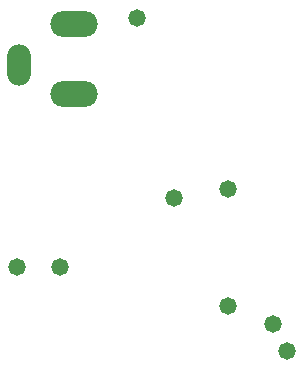
<source format=gbs>
G04*
G04 #@! TF.GenerationSoftware,Altium Limited,Altium Designer,23.5.1 (21)*
G04*
G04 Layer_Color=16711935*
%FSLAX44Y44*%
%MOMM*%
G71*
G04*
G04 #@! TF.SameCoordinates,ED751DBE-17B5-46BE-BD0A-66C7010D1C8E*
G04*
G04*
G04 #@! TF.FilePolarity,Negative*
G04*
G01*
G75*
%ADD23O,4.0032X2.2032*%
%ADD24O,2.0032X3.5032*%
%ADD25C,1.4732*%
D23*
X69850Y362910D02*
D03*
Y422910D02*
D03*
D24*
X23350Y387910D02*
D03*
D25*
X250190Y146050D02*
D03*
X154940Y275590D02*
D03*
X238760Y168910D02*
D03*
X58420Y217170D02*
D03*
X21590D02*
D03*
X200660Y283210D02*
D03*
Y184150D02*
D03*
X123190Y427990D02*
D03*
M02*

</source>
